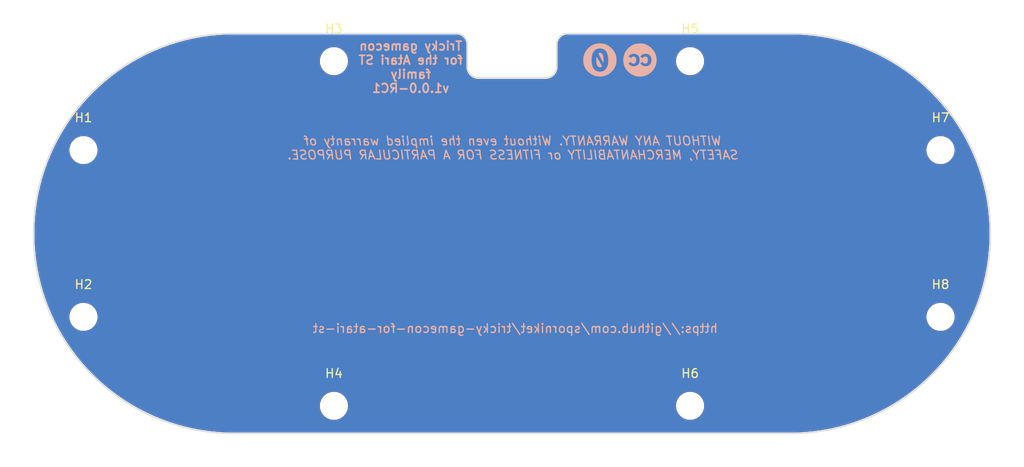
<source format=kicad_pcb>
(kicad_pcb (version 20221018) (generator pcbnew)
  (title_block (title "Tricky GAMe CONtroller for the Atari ST family -- Back plate") (date "2023-11-08") (rev "v1.0.0-RC1") (company "Sporniket") (comment 3 "https://github.com/sporniket/tricky-gamecon-for-atari-st--back") (comment 4 "Original repository"))
  (layers (0 "F.Cu" signal) (31 "B.Cu" signal) (34 "B.Paste" user) (35 "F.Paste" user) (36 "B.SilkS" user "B.Silkscreen") (37 "F.SilkS" user "F.Silkscreen") (38 "B.Mask" user) (39 "F.Mask" user) (44 "Edge.Cuts" user))
  (net 0 "")
  (net 1 "GND")
  (footprint "MountingHole:MountingHole_2.7mm_M2.5" (layer "F.Cu") (at 109.22 100.965)
    (fp_text reference "H5" (at 0 -3.7) (layer "F.SilkS"))
    (fp_text value "M2.5")
    (pad "" np_thru_hole circle (at 0 0) (size 2.7 2.7) (drill 2.7) (layers "*.Cu" "*.Mask"))
  )
  (footprint "MountingHole:MountingHole_2.7mm_M2.5" (layer "F.Cu") (at 40.005 130.175)
    (fp_text reference "H2" (at 0 -3.7) (layer "F.SilkS"))
    (fp_text value "M2.5")
    (pad "" np_thru_hole circle (at 0 0) (size 2.7 2.7) (drill 2.7) (layers "*.Cu" "*.Mask"))
  )
  (footprint "MountingHole:MountingHole_2.7mm_M2.5" (layer "F.Cu") (at 109.22 140.335)
    (fp_text reference "H6" (at 0 -3.7) (layer "F.SilkS"))
    (fp_text value "M2.5")
    (pad "" np_thru_hole circle (at 0 0) (size 2.7 2.7) (drill 2.7) (layers "*.Cu" "*.Mask"))
  )
  (footprint "MountingHole:MountingHole_2.7mm_M2.5" (layer "F.Cu") (at 68.58 100.965)
    (fp_text reference "H3" (at 0 -3.7) (layer "F.SilkS"))
    (fp_text value "M2.5")
    (pad "" np_thru_hole circle (at 0 0) (size 2.7 2.7) (drill 2.7) (layers "*.Cu" "*.Mask"))
  )
  (footprint "MountingHole:MountingHole_2.7mm_M2.5" (layer "F.Cu") (at 40.005 111.125)
    (fp_text reference "H1" (at 0 -3.7) (layer "F.SilkS"))
    (fp_text value "M2.5")
    (pad "" np_thru_hole circle (at 0 0) (size 2.7 2.7) (drill 2.7) (layers "*.Cu" "*.Mask"))
  )
  (footprint "MountingHole:MountingHole_2.7mm_M2.5" (layer "F.Cu") (at 137.795 111.125)
    (fp_text reference "H7" (at 0 -3.7) (layer "F.SilkS"))
    (fp_text value "M2.5")
    (pad "" np_thru_hole circle (at 0 0) (size 2.7 2.7) (drill 2.7) (layers "*.Cu" "*.Mask"))
  )
  (footprint "MountingHole:MountingHole_2.7mm_M2.5" (layer "F.Cu") (at 68.58 140.335)
    (fp_text reference "H4" (at 0 -3.7) (layer "F.SilkS"))
    (fp_text value "M2.5")
    (pad "" np_thru_hole circle (at 0 0) (size 2.7 2.7) (drill 2.7) (layers "*.Cu" "*.Mask"))
  )
  (footprint "MountingHole:MountingHole_2.7mm_M2.5" (layer "F.Cu") (at 137.795 130.175)
    (fp_text reference "H8" (at 0 -3.7) (layer "F.SilkS"))
    (fp_text value "M2.5")
    (pad "" np_thru_hole circle (at 0 0) (size 2.7 2.7) (drill 2.7) (layers "*.Cu" "*.Mask"))
  )
  (footprint "cliparts:logo--cc--cc" (layer "B.Cu") (at 103.503 100.838 180)
    (fp_text reference "G***" hide)
    (fp_text value "LOGO" hide)
    (fp_poly (pts (xy 0.181573 1.88911) (xy 0.356543 1.871074) (xy 0.516513 1.837606) (xy 0.67123 1.78662) (xy 0.830442 1.716032) (xy 0.843643 1.709487) (xy 1.070063 1.576968) (xy 1.272256 1.418939) (xy 1.448851 1.23807) (xy 1.59848 1.037032) (xy 1.719773 0.818495) (xy 1.81136 0.585129) (xy 1.871872 0.339604) (xy 1.899941 0.084591) (xy 1.894196 -0.177239) (xy 1.878437 -0.308429) (xy 1.853943 -0.448409) (xy 1.825086 -0.566605) (xy 1.787398 -0.677514) (xy 1.736411 -0.795637) (xy 1.71349 -0.843643) (xy 1.594377 -1.04822) (xy 1.445139 -1.238044) (xy 1.270073 -1.409836) (xy 1.073479 -1.560318) (xy 0.859654 -1.686213) (xy 0.632895 -1.784243) (xy 0.397503 -1.85113) (xy 0.390465 -1.852598) (xy 0.274583 -1.870164) (xy 0.137355 -1.881003) (xy -0.009239 -1.885001) (xy -0.153222 -1.882044) (xy -0.282615 -1.872018) (xy -0.362857 -1.859794) (xy -0.608774 -1.792389) (xy -0.84152 -1.692819) (xy -1.058442 -1.563648) (xy -1.256888 -1.407438) (xy -1.434207 -1.226752) (xy -1.587745 -1.024153) (xy -1.714851 -0.802205) (xy -1.812872 -0.563469) (xy -1.855612 -0.417286) (xy -1.881501 -0.273424) (xy -1.894726 -0.10788) (xy -1.895294 0.034735) (xy -1.3212 0.034735) (xy -1.318302 -0.081038) (xy -1.290796 -0.243029) (xy -1.237057 -0.381658) (xy -1.155967 -0.499747) (xy -1.150236 -0.506209) (xy -1.04068 -0.601841) (xy -0.911682 -0.669965) (xy -0.768744 -0.709424) (xy -0.617371 -0.719062) (xy -0.463063 -0.697722) (xy -0.371906 -0.669772) (xy -0.295824 -0.634434) (xy -0.224288 -0.584414) (xy -0.149678 -0.515804) (xy -0.098676 -0.46176) (xy -0.05957 -0.414453) (xy -0.038389 -0.381431) (xy -0.036285 -0.373837) (xy -0.052325 -0.350606) (xy -0.096884 -0.318213) (xy -0.164235 -0.280736) (xy -0.292185 -0.216302) (xy -0.368342 -0.299837) (xy -0.428999 -0.357355) (xy -0.486889 -0.390111) (xy -0.522838 -0.400697) (xy -0.618426 -0.407074) (xy -0.70938 -0.386575) (xy -0.783917 -0.342107) (xy -0.792298 -0.334209) (xy -0.846678 -0.256777) (xy -0.883244 -0.157152) (xy -0.901671 -0.044798) (xy -0.901658 0.000564) (xy 0.021925 0.000564) (xy 0.032819 -0.147536) (xy 0.067865 -0.289005) (xy 0.127017 -0.417388) (xy 0.210228 -0.526226) (xy 0.228506 -0.543934) (xy 0.349757 -0.631795) (xy 0.487782 -0.69001) (xy 0.637194 -0.717665) (xy 0.792606 -0.713848) (xy 0.948631 -0.677644) (xy 0.970666 -0.669772) (xy 1.046747 -0.634434) (xy 1.118283 -0.584414) (xy 1.192893 -0.515804) (xy 1.243904 -0.46171) (xy 1.283013 -0.414289) (xy 1.304188 -0.381114) (xy 1.306286 -0.37346) (xy 1.29179 -0.351835) (xy 1.254093 -0.323517) (xy 1.201883 -0.292771) (xy 1.143849 -0.263861) (xy 1.088679 -0.241053) (xy 1.04506 -0.22861) (xy 1.021681 -0.230797) (xy 1.02029 -0.23308) (xy 1.003623 -0.261215) (xy 0.972063 -0.302343) (xy 0.959106 -0.317537) (xy 0.886365 -0.374553) (xy 0.797859 -0.403743) (xy 0.702027 -0.404313) (xy 0.607307 -0.375471) (xy 0.569508 -0.354149) (xy 0.517338 -0.300429) (xy 0.476897 -0.220085) (xy 0.449855 -0.121353) (xy 0.43788 -0.012473) (xy 0.442643 0.098318) (xy 0.460246 0.18494) (xy 0.503984 0.281315) (xy 0.567876 0.351762) (xy 0.645923 0.394996) (xy 0.732128 0.409727) (xy 0.820491 0.394669) (xy 0.905013 0.348535) (xy 0.962346 0.292681) (xy 1.016645 0.226807) (xy 1.156522 0.30268) (xy 1.219954 0.338556) (xy 1.269762 0.369494) (xy 1.298243 0.390592) (xy 1.301968 0.395261) (xy 1.293807 0.420456) (xy 1.263689 0.46093) (xy 1.218455 0.509885) (xy 1.164944 0.560519) (xy 1.109995 0.606035) (xy 1.060447 0.639631) (xy 1.0511 0.644672) (xy 0.911788 0.696839) (xy 0.763841 0.719532) (xy 0.614253 0.713716) (xy 0.470018 0.680356) (xy 0.338131 0.620416) (xy 0.225585 0.534862) (xy 0.220802 0.530141) (xy 0.134623 0.420083) (xy 0.072781 0.29083) (xy 0.035231 0.148838) (xy 0.021925 0.000564) (xy -0.901658 0.000564) (xy -0.901636 0.070823) (xy -0.882815 0.180246) (xy -0.844886 0.274009) (xy -0.814547 0.31687) (xy -0.740947 0.375776) (xy -0.655247 0.404356) (xy -0.56465 0.403011) (xy -0.476356 0.372142) (xy -0.397567 0.31215) (xy -0.380225 0.292681) (xy -0.325926 0.226807) (xy -0.186049 0.30268) (xy -0.12248 0.338813) (xy -0.072453 0.370357) (xy -0.043729 0.392287) (xy -0.039923 0.397301) (xy -0.048117 0.422599) (xy -0.078488 0.462977) (xy -0.124195 0.511726) (xy -0.178395 0.562141) (xy -0.234249 0.607514) (xy -0.284915 0.641138) (xy -0.293064 0.645479) (xy -0.421737 0.692962) (xy -0.565556 0.716327) (xy -0.713429 0.715426) (xy -0.854269 0.690113) (xy -0.950387 0.654165) (xy -1.074292 0.574791) (xy -1.175104 0.469605) (xy -1.251046 0.342163) (xy -1.300338 0.196021) (xy -1.3212 0.034735) (xy -1.895294 0.034735) (xy -1.895423 0.067078) (xy -1.88373 0.239179) (xy -1.859785 0.396155) (xy -1.845815 0.455728) (xy -1.767541 0.692448) (xy -1.662289 0.910967) (xy -1.527044 1.11655) (xy -1.358789 1.31446) (xy -1.346304 1.327531) (xy -1.160235 1.500286) (xy -0.964759 1.639929) (xy -0.75504 1.749348) (xy -0.526241 1.831427) (xy -0.480631 1.844059) (xy -0.402317 1.863556) (xy -0.332789 1.877142) (xy -0.261944 1.885903) (xy -0.17968 1.890926) (xy -0.075895 1.893297) (xy -0.018143 1.893796) (xy 0.181573 1.88911)) (stroke (width 0.01)) (fill solid) (layer "B.SilkS"))
  )
  (footprint "cliparts:logo--cc--zero" (layer "B.Cu") (at 98.931 100.838 180)
    (fp_text reference "G***" hide)
    (fp_text value "LOGO" hide)
    (fp_poly (pts (xy 0.057321 0.830424) (xy 0.083463 0.820686) (xy 0.117309 0.780814) (xy 0.137478 0.725549) (xy 0.137747 0.680571) (xy 0.127503 0.657424) (xy 0.102603 0.607525) (xy 0.06567 0.535781) (xy 0.019328 0.447098) (xy -0.033802 0.346382) (xy -0.091097 0.238539) (xy -0.149934 0.128475) (xy -0.20769 0.021096) (xy -0.261742 -0.07869) (xy -0.309468 -0.165979) (xy -0.348245 -0.235863) (xy -0.375451 -0.283438) (xy -0.388462 -0.303795) (xy -0.388486 -0.30382) (xy -0.393459 -0.290764) (xy -0.400181 -0.249603) (xy -0.407406 -0.188391) (xy -0.40931 -0.169171) (xy -0.413139 -0.092066) (xy -0.413075 0.007241) (xy -0.409332 0.114899) (xy -0.403675 0.199571) (xy -0.382038 0.376288) (xy -0.349163 0.520517) (xy -0.304017 0.634591) (xy -0.245569 0.720841) (xy -0.172787 0.781601) (xy -0.138177 0.799862) (xy -0.070544 0.82254) (xy -0.001027 0.833136) (xy 0.057321 0.830424)) (stroke (width 0.01)) (fill solid) (layer "B.SilkS"))
    (fp_poly (pts (xy 0.383764 0.357274) (xy 0.393353 0.321778) (xy 0.40108 0.257806) (xy 0.406723 0.173131) (xy 0.41006 0.075525) (xy 0.410869 -0.027239) (xy 0.408929 -0.127388) (xy 0.404016 -0.217149) (xy 0.401074 -0.249312) (xy 0.3739 -0.425253) (xy 0.333003 -0.568124) (xy 0.278198 -0.678521) (xy 0.261348 -0.702372) (xy 0.190452 -0.769059) (xy 0.101924 -0.813267) (xy 0.00607 -0.831874) (xy -0.086801 -0.82176) (xy -0.108484 -0.814324) (xy -0.177149 -0.773742) (xy -0.212652 -0.720491) (xy -0.217714 -0.686685) (xy -0.209228 -0.658752) (xy -0.185436 -0.606283) (xy -0.14884 -0.53362) (xy -0.101939 -0.445101) (xy -0.047235 -0.345066) (xy 0.012774 -0.237856) (xy 0.075585 -0.12781) (xy 0.138699 -0.019269) (xy 0.199616 0.083428) (xy 0.255834 0.175941) (xy 0.304853 0.253931) (xy 0.344174 0.313056) (xy 0.371295 0.348978) (xy 0.383716 0.357356) (xy 0.383764 0.357274)) (stroke (width 0.01)) (fill solid) (layer "B.SilkS"))
    (fp_poly (pts (xy 0.165523 1.89717) (xy 0.419686 1.859637) (xy 0.664181 1.787833) (xy 0.896761 1.682579) (xy 1.115182 1.544698) (xy 1.304474 1.38712) (xy 1.481837 1.195152) (xy 1.631406 0.981221) (xy 1.750897 0.749165) (xy 1.838026 0.502822) (xy 1.844128 0.480359) (xy 1.863624 0.401998) (xy 1.877214 0.332288) (xy 1.885988 0.26112) (xy 1.891036 0.178383) (xy 1.893449 0.073966) (xy 1.893958 0.018143) (xy 1.893143 -0.121119) (xy 1.888203 -0.233522) (xy 1.878477 -0.32833) (xy 1.8633 -0.414805) (xy 1.862771 -0.417286) (xy 1.792249 -0.662677) (xy 1.689954 -0.891356) (xy 1.557011 -1.101922) (xy 1.394546 -1.292972) (xy 1.203684 -1.463102) (xy 0.985551 -1.61091) (xy 0.843643 -1.687511) (xy 0.704335 -1.75318) (xy 0.582976 -1.801925) (xy 0.469017 -1.836271) (xy 0.351906 -1.858744) (xy 0.221093 -1.871867) (xy 0.066027 -1.878168) (xy 0.045357 -1.878584) (xy -0.057047 -1.87988) (xy -0.149573 -1.879943) (xy -0.22482 -1.878851) (xy -0.275389 -1.876683) (xy -0.290286 -1.875007) (xy -0.554392 -1.807678) (xy -0.795148 -1.713832) (xy -1.015524 -1.591928) (xy -1.218493 -1.440426) (xy -1.333868 -1.333968) (xy -1.511617 -1.132692) (xy -1.657864 -0.913606) (xy -1.77222 -0.677378) (xy -1.84672 -0.45378) (xy -1.865359 -0.379667) (xy -1.878292 -0.31352) (xy -1.886515 -0.245572) (xy -1.891027 -0.166054) (xy -1.892822 -0.065197) (xy -1.892977 -0.011949) (xy -0.962263 -0.011949) (xy -0.952186 -0.225626) (xy -0.922519 -0.434426) (xy -0.872812 -0.63303) (xy -0.802618 -0.816122) (xy -0.796966 -0.828134) (xy -0.702488 -0.988993) (xy -0.587229 -1.120459) (xy -0.45277 -1.221717) (xy -0.300691 -1.29195) (xy -0.132571 -1.330343) (xy 0.050008 -1.33608) (xy 0.163286 -1.323908) (xy 0.326889 -1.280535) (xy 0.476659 -1.204962) (xy 0.609024 -1.099792) (xy 0.720412 -0.967631) (xy 0.774855 -0.878033) (xy 0.844141 -0.718825) (xy 0.897988 -0.533618) (xy 0.935244 -0.329766) (xy 0.954756 -0.114625) (xy 0.955373 0.104449) (xy 0.947333 0.222973) (xy 0.912947 0.464304) (xy 0.858093 0.676541) (xy 0.782907 0.859426) (xy 0.687524 1.0127) (xy 0.57208 1.136105) (xy 0.436711 1.229384) (xy 0.411082 1.242542) (xy 0.249752 1.303406) (xy 0.082219 1.333412) (xy -0.086049 1.333434) (xy -0.249586 1.304349) (xy -0.402924 1.247033) (xy -0.540596 1.16236) (xy -0.636437 1.074798) (xy -0.734485 0.943512) (xy -0.815634 0.785201) (xy -0.879434 0.605182) (xy -0.925439 0.408773) (xy -0.953198 0.20129) (xy -0.962263 -0.011949) (xy -1.892977 -0.011949) (xy -1.893012 0) (xy -1.892259 0.115871) (xy -1.889329 0.205279) (xy -1.883215 0.278029) (xy -1.87291 0.343923) (xy -1.857409 0.412765) (xy -1.846226 0.455728) (xy -1.765836 0.697077) (xy -1.658279 0.918824) (xy -1.520588 1.126164) (xy -1.350311 1.323756) (xy -1.159879 1.500692) (xy -0.961487 1.643312) (xy -0.751606 1.753235) (xy -0.526709 1.832081) (xy -0.283267 1.88147) (xy -0.096062 1.899611) (xy 0.165523 1.89717)) (stroke (width 0.01)) (fill solid) (layer "B.SilkS"))
  )
  (gr_line (start 57.15 97.79) (end 82.55 97.79) (stroke (width 0.1)) (layer "Edge.Cuts"))
  (gr_arc (start 57.15 143.51) (mid 34.29 120.65) (end 57.15 97.79) (stroke (width 0.1)) (layer "Edge.Cuts"))
  (gr_line (start 120.65 97.79) (end 95.25 97.79) (stroke (width 0.1)) (layer "Edge.Cuts"))
  (gr_arc (start 93.98 99.06) (mid 94.351974 98.161974) (end 95.25 97.79) (stroke (width 0.1)) (layer "Edge.Cuts"))
  (gr_line (start 86.36 102.87) (end 91.44 102.87) (stroke (width 0.1)) (layer "Edge.Cuts"))
  (gr_arc (start 120.65 97.79) (mid 143.51 120.65) (end 120.65 143.51) (stroke (width 0.1)) (layer "Edge.Cuts"))
  (gr_line (start 92.71 102.87) (end 91.44 102.87) (stroke (width 0.1)) (layer "Edge.Cuts"))
  (gr_line (start 85.09 102.87) (end 86.36 102.87) (stroke (width 0.1)) (layer "Edge.Cuts"))
  (gr_arc (start 82.55 97.79) (mid 83.448026 98.161974) (end 83.82 99.06) (stroke (width 0.1)) (layer "Edge.Cuts"))
  (gr_line (start 93.98 99.06) (end 93.98 101.6) (stroke (width 0.1)) (layer "Edge.Cuts"))
  (gr_line (start 83.82 99.06) (end 83.82 101.6) (stroke (width 0.1)) (layer "Edge.Cuts"))
  (gr_arc (start 85.09 102.87) (mid 84.191974 102.498026) (end 83.82 101.6) (stroke (width 0.1)) (layer "Edge.Cuts"))
  (gr_arc (start 93.98 101.6) (mid 93.608026 102.498026) (end 92.71 102.87) (stroke (width 0.1)) (layer "Edge.Cuts"))
  (gr_line (start 57.15 143.51) (end 120.65 143.51) (stroke (width 0.1)) (layer "Edge.Cuts"))
  (gr_text "WITHOUT ANY WARRANTY. Without even the implied warranty of\nSAFETY, MERCHANTABILITY or FITNESS FOR A PARTICULAR PURPOSE." (at 89.025 112.268) (layer "B.SilkS") (effects (font (size 1 1) (thickness 0.15) italic) (justify bottom mirror)))
  (gr_text "Tricky gamecon\nfor the Atari ST\nfamily\nv1.0.0-RC1" (at 77.341 104.648) (layer "B.SilkS") (effects (font (size 1 1) (thickness 0.2) bold) (justify bottom mirror)))
  (gr_text "https://github.com/sporniket/tricky-gamecon-for-atari-st" (at 89.279 132.08) (layer "B.SilkS") (effects (font (size 1 1)) (justify bottom mirror)))
  (zone (net 1) (net_name "GND") (layers "F&B.Cu") (connect_pads (clearance 0.5)) (min_thickness 0.25) (fill yes (thermal_gap 0.5) (thermal_bridge_width 0.5))
    (polygon (pts (xy 30.48 93.98) (xy 147.32 93.98) (xy 147.32 147.32) (xy 30.48 147.32)))
  )
)
</source>
